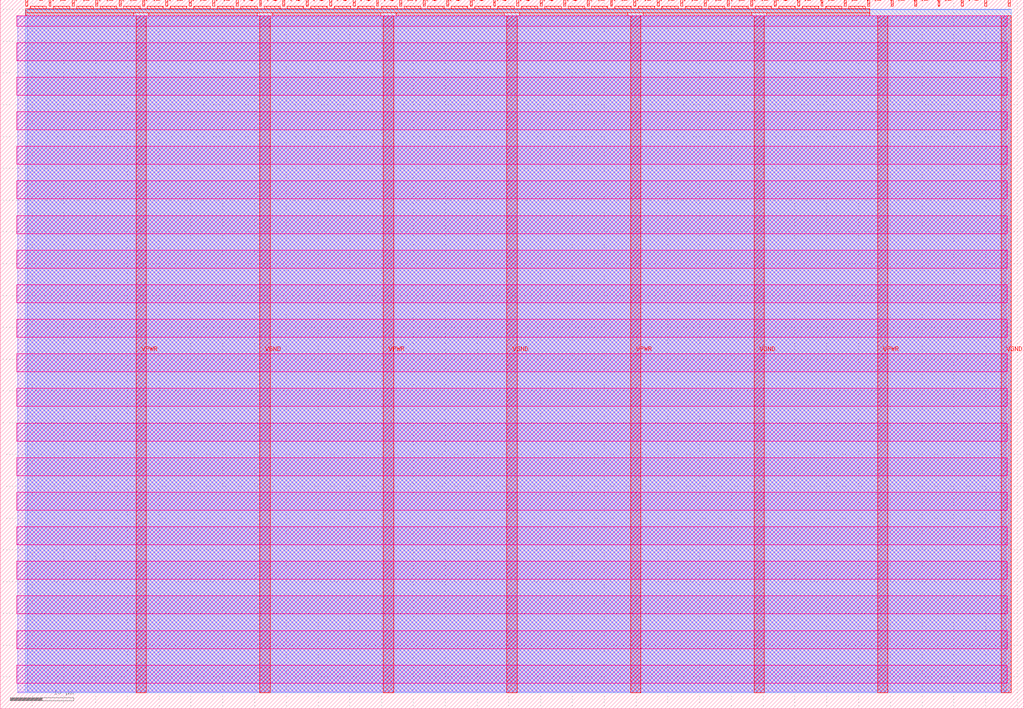
<source format=lef>
VERSION 5.7 ;
  NOWIREEXTENSIONATPIN ON ;
  DIVIDERCHAR "/" ;
  BUSBITCHARS "[]" ;
MACRO tt_um_wokwi_384711264596377601
  CLASS BLOCK ;
  FOREIGN tt_um_wokwi_384711264596377601 ;
  ORIGIN 0.000 0.000 ;
  SIZE 161.000 BY 111.520 ;
  PIN VGND
    DIRECTION INOUT ;
    USE GROUND ;
    PORT
      LAYER met4 ;
        RECT 40.830 2.480 42.430 109.040 ;
    END
    PORT
      LAYER met4 ;
        RECT 79.700 2.480 81.300 109.040 ;
    END
    PORT
      LAYER met4 ;
        RECT 118.570 2.480 120.170 109.040 ;
    END
    PORT
      LAYER met4 ;
        RECT 157.440 2.480 159.040 109.040 ;
    END
  END VGND
  PIN VPWR
    DIRECTION INOUT ;
    USE POWER ;
    PORT
      LAYER met4 ;
        RECT 21.395 2.480 22.995 109.040 ;
    END
    PORT
      LAYER met4 ;
        RECT 60.265 2.480 61.865 109.040 ;
    END
    PORT
      LAYER met4 ;
        RECT 99.135 2.480 100.735 109.040 ;
    END
    PORT
      LAYER met4 ;
        RECT 138.005 2.480 139.605 109.040 ;
    END
  END VPWR
  PIN clk
    DIRECTION INPUT ;
    USE SIGNAL ;
    PORT
      LAYER met4 ;
        RECT 154.870 110.520 155.170 111.520 ;
    END
  END clk
  PIN ena
    DIRECTION INPUT ;
    USE SIGNAL ;
    PORT
      LAYER met4 ;
        RECT 158.550 110.520 158.850 111.520 ;
    END
  END ena
  PIN rst_n
    DIRECTION INPUT ;
    USE SIGNAL ;
    PORT
      LAYER met4 ;
        RECT 151.190 110.520 151.490 111.520 ;
    END
  END rst_n
  PIN ui_in[0]
    DIRECTION INPUT ;
    USE SIGNAL ;
    PORT
      LAYER met4 ;
        RECT 147.510 110.520 147.810 111.520 ;
    END
  END ui_in[0]
  PIN ui_in[1]
    DIRECTION INPUT ;
    USE SIGNAL ;
    PORT
      LAYER met4 ;
        RECT 143.830 110.520 144.130 111.520 ;
    END
  END ui_in[1]
  PIN ui_in[2]
    DIRECTION INPUT ;
    USE SIGNAL ;
    PORT
      LAYER met4 ;
        RECT 140.150 110.520 140.450 111.520 ;
    END
  END ui_in[2]
  PIN ui_in[3]
    DIRECTION INPUT ;
    USE SIGNAL ;
    ANTENNAGATEAREA 0.196500 ;
    PORT
      LAYER met4 ;
        RECT 136.470 110.520 136.770 111.520 ;
    END
  END ui_in[3]
  PIN ui_in[4]
    DIRECTION INPUT ;
    USE SIGNAL ;
    ANTENNAGATEAREA 0.196500 ;
    PORT
      LAYER met4 ;
        RECT 132.790 110.520 133.090 111.520 ;
    END
  END ui_in[4]
  PIN ui_in[5]
    DIRECTION INPUT ;
    USE SIGNAL ;
    PORT
      LAYER met4 ;
        RECT 129.110 110.520 129.410 111.520 ;
    END
  END ui_in[5]
  PIN ui_in[6]
    DIRECTION INPUT ;
    USE SIGNAL ;
    PORT
      LAYER met4 ;
        RECT 125.430 110.520 125.730 111.520 ;
    END
  END ui_in[6]
  PIN ui_in[7]
    DIRECTION INPUT ;
    USE SIGNAL ;
    PORT
      LAYER met4 ;
        RECT 121.750 110.520 122.050 111.520 ;
    END
  END ui_in[7]
  PIN uio_in[0]
    DIRECTION INPUT ;
    USE SIGNAL ;
    PORT
      LAYER met4 ;
        RECT 118.070 110.520 118.370 111.520 ;
    END
  END uio_in[0]
  PIN uio_in[1]
    DIRECTION INPUT ;
    USE SIGNAL ;
    PORT
      LAYER met4 ;
        RECT 114.390 110.520 114.690 111.520 ;
    END
  END uio_in[1]
  PIN uio_in[2]
    DIRECTION INPUT ;
    USE SIGNAL ;
    PORT
      LAYER met4 ;
        RECT 110.710 110.520 111.010 111.520 ;
    END
  END uio_in[2]
  PIN uio_in[3]
    DIRECTION INPUT ;
    USE SIGNAL ;
    PORT
      LAYER met4 ;
        RECT 107.030 110.520 107.330 111.520 ;
    END
  END uio_in[3]
  PIN uio_in[4]
    DIRECTION INPUT ;
    USE SIGNAL ;
    PORT
      LAYER met4 ;
        RECT 103.350 110.520 103.650 111.520 ;
    END
  END uio_in[4]
  PIN uio_in[5]
    DIRECTION INPUT ;
    USE SIGNAL ;
    PORT
      LAYER met4 ;
        RECT 99.670 110.520 99.970 111.520 ;
    END
  END uio_in[5]
  PIN uio_in[6]
    DIRECTION INPUT ;
    USE SIGNAL ;
    PORT
      LAYER met4 ;
        RECT 95.990 110.520 96.290 111.520 ;
    END
  END uio_in[6]
  PIN uio_in[7]
    DIRECTION INPUT ;
    USE SIGNAL ;
    PORT
      LAYER met4 ;
        RECT 92.310 110.520 92.610 111.520 ;
    END
  END uio_in[7]
  PIN uio_oe[0]
    DIRECTION OUTPUT TRISTATE ;
    USE SIGNAL ;
    PORT
      LAYER met4 ;
        RECT 29.750 110.520 30.050 111.520 ;
    END
  END uio_oe[0]
  PIN uio_oe[1]
    DIRECTION OUTPUT TRISTATE ;
    USE SIGNAL ;
    PORT
      LAYER met4 ;
        RECT 26.070 110.520 26.370 111.520 ;
    END
  END uio_oe[1]
  PIN uio_oe[2]
    DIRECTION OUTPUT TRISTATE ;
    USE SIGNAL ;
    PORT
      LAYER met4 ;
        RECT 22.390 110.520 22.690 111.520 ;
    END
  END uio_oe[2]
  PIN uio_oe[3]
    DIRECTION OUTPUT TRISTATE ;
    USE SIGNAL ;
    PORT
      LAYER met4 ;
        RECT 18.710 110.520 19.010 111.520 ;
    END
  END uio_oe[3]
  PIN uio_oe[4]
    DIRECTION OUTPUT TRISTATE ;
    USE SIGNAL ;
    PORT
      LAYER met4 ;
        RECT 15.030 110.520 15.330 111.520 ;
    END
  END uio_oe[4]
  PIN uio_oe[5]
    DIRECTION OUTPUT TRISTATE ;
    USE SIGNAL ;
    PORT
      LAYER met4 ;
        RECT 11.350 110.520 11.650 111.520 ;
    END
  END uio_oe[5]
  PIN uio_oe[6]
    DIRECTION OUTPUT TRISTATE ;
    USE SIGNAL ;
    PORT
      LAYER met4 ;
        RECT 7.670 110.520 7.970 111.520 ;
    END
  END uio_oe[6]
  PIN uio_oe[7]
    DIRECTION OUTPUT TRISTATE ;
    USE SIGNAL ;
    PORT
      LAYER met4 ;
        RECT 3.990 110.520 4.290 111.520 ;
    END
  END uio_oe[7]
  PIN uio_out[0]
    DIRECTION OUTPUT TRISTATE ;
    USE SIGNAL ;
    PORT
      LAYER met4 ;
        RECT 59.190 110.520 59.490 111.520 ;
    END
  END uio_out[0]
  PIN uio_out[1]
    DIRECTION OUTPUT TRISTATE ;
    USE SIGNAL ;
    PORT
      LAYER met4 ;
        RECT 55.510 110.520 55.810 111.520 ;
    END
  END uio_out[1]
  PIN uio_out[2]
    DIRECTION OUTPUT TRISTATE ;
    USE SIGNAL ;
    PORT
      LAYER met4 ;
        RECT 51.830 110.520 52.130 111.520 ;
    END
  END uio_out[2]
  PIN uio_out[3]
    DIRECTION OUTPUT TRISTATE ;
    USE SIGNAL ;
    PORT
      LAYER met4 ;
        RECT 48.150 110.520 48.450 111.520 ;
    END
  END uio_out[3]
  PIN uio_out[4]
    DIRECTION OUTPUT TRISTATE ;
    USE SIGNAL ;
    PORT
      LAYER met4 ;
        RECT 44.470 110.520 44.770 111.520 ;
    END
  END uio_out[4]
  PIN uio_out[5]
    DIRECTION OUTPUT TRISTATE ;
    USE SIGNAL ;
    PORT
      LAYER met4 ;
        RECT 40.790 110.520 41.090 111.520 ;
    END
  END uio_out[5]
  PIN uio_out[6]
    DIRECTION OUTPUT TRISTATE ;
    USE SIGNAL ;
    PORT
      LAYER met4 ;
        RECT 37.110 110.520 37.410 111.520 ;
    END
  END uio_out[6]
  PIN uio_out[7]
    DIRECTION OUTPUT TRISTATE ;
    USE SIGNAL ;
    PORT
      LAYER met4 ;
        RECT 33.430 110.520 33.730 111.520 ;
    END
  END uio_out[7]
  PIN uo_out[0]
    DIRECTION OUTPUT TRISTATE ;
    USE SIGNAL ;
    ANTENNADIFFAREA 0.445500 ;
    PORT
      LAYER met4 ;
        RECT 88.630 110.520 88.930 111.520 ;
    END
  END uo_out[0]
  PIN uo_out[1]
    DIRECTION OUTPUT TRISTATE ;
    USE SIGNAL ;
    PORT
      LAYER met4 ;
        RECT 84.950 110.520 85.250 111.520 ;
    END
  END uo_out[1]
  PIN uo_out[2]
    DIRECTION OUTPUT TRISTATE ;
    USE SIGNAL ;
    ANTENNADIFFAREA 0.445500 ;
    PORT
      LAYER met4 ;
        RECT 81.270 110.520 81.570 111.520 ;
    END
  END uo_out[2]
  PIN uo_out[3]
    DIRECTION OUTPUT TRISTATE ;
    USE SIGNAL ;
    ANTENNADIFFAREA 0.445500 ;
    PORT
      LAYER met4 ;
        RECT 77.590 110.520 77.890 111.520 ;
    END
  END uo_out[3]
  PIN uo_out[4]
    DIRECTION OUTPUT TRISTATE ;
    USE SIGNAL ;
    ANTENNADIFFAREA 0.445500 ;
    PORT
      LAYER met4 ;
        RECT 73.910 110.520 74.210 111.520 ;
    END
  END uo_out[4]
  PIN uo_out[5]
    DIRECTION OUTPUT TRISTATE ;
    USE SIGNAL ;
    ANTENNADIFFAREA 0.445500 ;
    PORT
      LAYER met4 ;
        RECT 70.230 110.520 70.530 111.520 ;
    END
  END uo_out[5]
  PIN uo_out[6]
    DIRECTION OUTPUT TRISTATE ;
    USE SIGNAL ;
    ANTENNADIFFAREA 0.445500 ;
    PORT
      LAYER met4 ;
        RECT 66.550 110.520 66.850 111.520 ;
    END
  END uo_out[6]
  PIN uo_out[7]
    DIRECTION OUTPUT TRISTATE ;
    USE SIGNAL ;
    ANTENNADIFFAREA 0.445500 ;
    PORT
      LAYER met4 ;
        RECT 62.870 110.520 63.170 111.520 ;
    END
  END uo_out[7]
  OBS
      LAYER nwell ;
        RECT 2.570 107.385 158.430 108.990 ;
        RECT 2.570 101.945 158.430 104.775 ;
        RECT 2.570 96.505 158.430 99.335 ;
        RECT 2.570 91.065 158.430 93.895 ;
        RECT 2.570 85.625 158.430 88.455 ;
        RECT 2.570 80.185 158.430 83.015 ;
        RECT 2.570 74.745 158.430 77.575 ;
        RECT 2.570 69.305 158.430 72.135 ;
        RECT 2.570 63.865 158.430 66.695 ;
        RECT 2.570 58.425 158.430 61.255 ;
        RECT 2.570 52.985 158.430 55.815 ;
        RECT 2.570 47.545 158.430 50.375 ;
        RECT 2.570 42.105 158.430 44.935 ;
        RECT 2.570 36.665 158.430 39.495 ;
        RECT 2.570 31.225 158.430 34.055 ;
        RECT 2.570 25.785 158.430 28.615 ;
        RECT 2.570 20.345 158.430 23.175 ;
        RECT 2.570 14.905 158.430 17.735 ;
        RECT 2.570 9.465 158.430 12.295 ;
        RECT 2.570 4.025 158.430 6.855 ;
      LAYER li1 ;
        RECT 2.760 2.635 158.240 108.885 ;
      LAYER met1 ;
        RECT 2.760 2.480 159.040 109.040 ;
      LAYER met2 ;
        RECT 4.230 2.535 159.010 110.005 ;
      LAYER met3 ;
        RECT 3.950 2.555 159.030 109.985 ;
      LAYER met4 ;
        RECT 4.690 110.120 7.270 110.520 ;
        RECT 8.370 110.120 10.950 110.520 ;
        RECT 12.050 110.120 14.630 110.520 ;
        RECT 15.730 110.120 18.310 110.520 ;
        RECT 19.410 110.120 21.990 110.520 ;
        RECT 23.090 110.120 25.670 110.520 ;
        RECT 26.770 110.120 29.350 110.520 ;
        RECT 30.450 110.120 33.030 110.520 ;
        RECT 34.130 110.120 36.710 110.520 ;
        RECT 37.810 110.120 40.390 110.520 ;
        RECT 41.490 110.120 44.070 110.520 ;
        RECT 45.170 110.120 47.750 110.520 ;
        RECT 48.850 110.120 51.430 110.520 ;
        RECT 52.530 110.120 55.110 110.520 ;
        RECT 56.210 110.120 58.790 110.520 ;
        RECT 59.890 110.120 62.470 110.520 ;
        RECT 63.570 110.120 66.150 110.520 ;
        RECT 67.250 110.120 69.830 110.520 ;
        RECT 70.930 110.120 73.510 110.520 ;
        RECT 74.610 110.120 77.190 110.520 ;
        RECT 78.290 110.120 80.870 110.520 ;
        RECT 81.970 110.120 84.550 110.520 ;
        RECT 85.650 110.120 88.230 110.520 ;
        RECT 89.330 110.120 91.910 110.520 ;
        RECT 93.010 110.120 95.590 110.520 ;
        RECT 96.690 110.120 99.270 110.520 ;
        RECT 100.370 110.120 102.950 110.520 ;
        RECT 104.050 110.120 106.630 110.520 ;
        RECT 107.730 110.120 110.310 110.520 ;
        RECT 111.410 110.120 113.990 110.520 ;
        RECT 115.090 110.120 117.670 110.520 ;
        RECT 118.770 110.120 121.350 110.520 ;
        RECT 122.450 110.120 125.030 110.520 ;
        RECT 126.130 110.120 128.710 110.520 ;
        RECT 129.810 110.120 132.390 110.520 ;
        RECT 133.490 110.120 136.070 110.520 ;
        RECT 3.975 109.440 136.785 110.120 ;
        RECT 3.975 108.975 20.995 109.440 ;
        RECT 23.395 108.975 40.430 109.440 ;
        RECT 42.830 108.975 59.865 109.440 ;
        RECT 62.265 108.975 79.300 109.440 ;
        RECT 81.700 108.975 98.735 109.440 ;
        RECT 101.135 108.975 118.170 109.440 ;
        RECT 120.570 108.975 136.785 109.440 ;
  END
END tt_um_wokwi_384711264596377601
END LIBRARY


</source>
